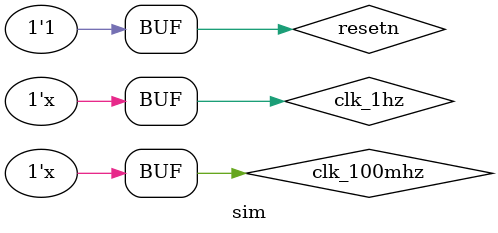
<source format=sv>
module sim (
    
);

logic clk_1hz, clk_100mhz, resetn;
always #500_000_000 clk_1hz = ~clk_1hz;
always #5 clk_100mhz = ~clk_100mhz;

initial begin
    clk_1hz = '0;
    clk_100mhz = '0;
    resetn = 1'b0;
    #100 resetn = 1'b1;
end

// TODO: declare variables here

initial begin
    // TODO: add input drives here

end

// TODO: add module instantiation and other circuit codes here


endmodule

</source>
